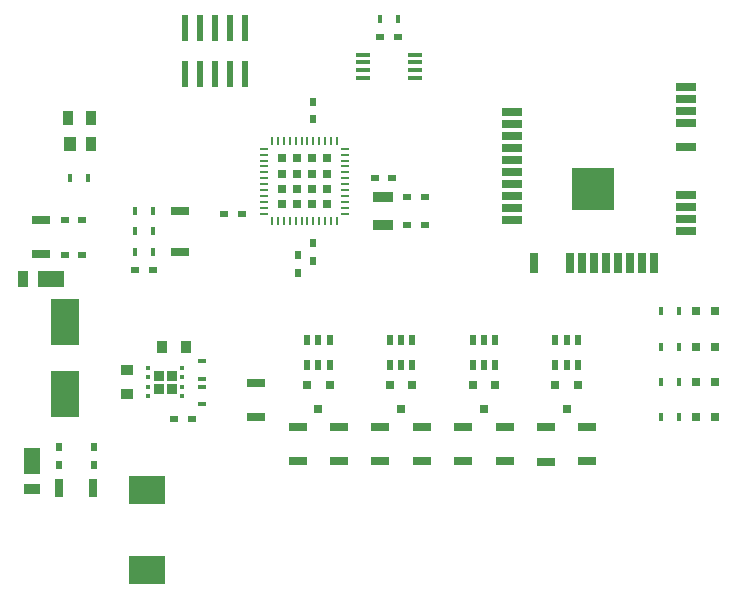
<source format=gtp>
G04 #@! TF.GenerationSoftware,KiCad,Pcbnew,(5.0.0-rc2-dev-390-g2bfbff1)*
G04 #@! TF.CreationDate,2018-04-26T20:39:25-05:00*
G04 #@! TF.ProjectId,WiFi-Gate-Controller,576946692D476174652D436F6E74726F,rev?*
G04 #@! TF.SameCoordinates,Original*
G04 #@! TF.FileFunction,Paste,Top*
G04 #@! TF.FilePolarity,Positive*
%FSLAX46Y46*%
G04 Gerber Fmt 4.6, Leading zero omitted, Abs format (unit mm)*
G04 Created by KiCad (PCBNEW (5.0.0-rc2-dev-390-g2bfbff1)) date Thursday, April 26, 2018 at 08:39:25 PM*
%MOMM*%
%LPD*%
G01*
G04 APERTURE LIST*
%ADD10C,0.001000*%
%ADD11R,0.660000X0.610000*%
%ADD12R,0.449950X0.399950*%
%ADD13R,1.560000X0.760000*%
%ADD14R,1.760000X0.960000*%
%ADD15R,0.600000X2.260000*%
%ADD16R,3.160000X2.360000*%
%ADD17R,1.760000X0.660000*%
%ADD18R,0.660000X1.760000*%
%ADD19R,3.560000X3.560000*%
%ADD20R,0.610000X0.660000*%
%ADD21R,1.360000X0.910000*%
%ADD22R,1.360000X2.260000*%
%ADD23R,2.260000X1.360000*%
%ADD24R,0.910000X1.360000*%
%ADD25R,0.660000X0.660000*%
%ADD26R,0.360000X0.760000*%
%ADD27R,1.310000X0.310000*%
%ADD28R,0.510000X0.920000*%
%ADD29R,0.772450X0.772450*%
%ADD30R,0.249950X0.699950*%
%ADD31R,0.699950X0.249950*%
%ADD32R,0.660000X0.760000*%
%ADD33R,0.760000X1.560000*%
%ADD34R,2.360000X3.860000*%
%ADD35R,1.110000X0.860000*%
%ADD36R,0.860000X1.110000*%
%ADD37R,0.860000X1.260000*%
%ADD38R,1.060000X1.260000*%
%ADD39R,0.760000X0.360000*%
G04 APERTURE END LIST*
D10*
G36*
X40190000Y-63630000D02*
X39410000Y-63630000D01*
X39410000Y-64440000D01*
X40190000Y-64440000D01*
X40190000Y-63630000D01*
G37*
X40190000Y-63630000D02*
X39410000Y-63630000D01*
X39410000Y-64440000D01*
X40190000Y-64440000D01*
X40190000Y-63630000D01*
G36*
X40190000Y-63370000D02*
X39410000Y-63370000D01*
X39410000Y-62560000D01*
X40190000Y-62560000D01*
X40190000Y-63370000D01*
G37*
X40190000Y-63370000D02*
X39410000Y-63370000D01*
X39410000Y-62560000D01*
X40190000Y-62560000D01*
X40190000Y-63370000D01*
G36*
X39090000Y-63370000D02*
X38310000Y-63370000D01*
X38310000Y-62560000D01*
X39090000Y-62560000D01*
X39090000Y-63370000D01*
G37*
X39090000Y-63370000D02*
X38310000Y-63370000D01*
X38310000Y-62560000D01*
X39090000Y-62560000D01*
X39090000Y-63370000D01*
G36*
X39090000Y-64440000D02*
X38310000Y-64440000D01*
X38310000Y-63630000D01*
X39090000Y-63630000D01*
X39090000Y-64440000D01*
G37*
X39090000Y-64440000D02*
X38310000Y-64440000D01*
X38310000Y-63630000D01*
X39090000Y-63630000D01*
X39090000Y-64440000D01*
D11*
X40000000Y-66600000D03*
X41500000Y-66600000D03*
D12*
X37775000Y-64700000D03*
X37775000Y-63900000D03*
X37775000Y-63100000D03*
X37775000Y-62300000D03*
X40725000Y-62300000D03*
X40725000Y-63100000D03*
X40725000Y-63900000D03*
X40725000Y-64700000D03*
D13*
X40500000Y-49050000D03*
X40500000Y-52450000D03*
D14*
X57750000Y-50200000D03*
X57750000Y-47800000D03*
D15*
X46040000Y-33550000D03*
X46040000Y-37450000D03*
X44770000Y-33550000D03*
X44770000Y-37450000D03*
X43500000Y-33550000D03*
X43500000Y-37450000D03*
X42230000Y-33550000D03*
X42230000Y-37450000D03*
X40960000Y-33550000D03*
X40960000Y-37450000D03*
D16*
X37750000Y-79400000D03*
X37750000Y-72600000D03*
D17*
X83365000Y-50750000D03*
X83365000Y-49734000D03*
X83365000Y-48718000D03*
X83365000Y-47702000D03*
X83365000Y-43638000D03*
X83365000Y-41606000D03*
X83365000Y-40590000D03*
X83365000Y-39574000D03*
X83365000Y-38558000D03*
X68635000Y-40596000D03*
X68635000Y-41612000D03*
X68635000Y-42628000D03*
X68635000Y-43644000D03*
X68635000Y-44660000D03*
X68635000Y-45676000D03*
X68635000Y-46692000D03*
X68635000Y-47708000D03*
X68635000Y-48724000D03*
X68635000Y-49740000D03*
D18*
X70535000Y-53420000D03*
X73583000Y-53420000D03*
X74599000Y-53420000D03*
X75615000Y-53420000D03*
X76631000Y-53420000D03*
X77647000Y-53420000D03*
X78663000Y-53420000D03*
X79679000Y-53420000D03*
X80695000Y-53420000D03*
D19*
X75515000Y-47150000D03*
D20*
X30250000Y-69000000D03*
X30250000Y-70500000D03*
D11*
X30750000Y-49750000D03*
X32250000Y-49750000D03*
X30750000Y-52750000D03*
X32250000Y-52750000D03*
X57500000Y-34250000D03*
X59000000Y-34250000D03*
X57000000Y-46250000D03*
X58500000Y-46250000D03*
D20*
X51818750Y-39750000D03*
X51818750Y-41250000D03*
X51818750Y-51750000D03*
X51818750Y-53250000D03*
D11*
X44250000Y-49250000D03*
X45750000Y-49250000D03*
D20*
X50500000Y-52750000D03*
X50500000Y-54250000D03*
D11*
X61250000Y-50200000D03*
X59750000Y-50200000D03*
X59750000Y-47800000D03*
X61250000Y-47800000D03*
X38250000Y-54000000D03*
X36750000Y-54000000D03*
D21*
X28000000Y-72525000D03*
D22*
X28000000Y-70150000D03*
D23*
X29600000Y-54750000D03*
D24*
X27225000Y-54750000D03*
D25*
X85800000Y-60500000D03*
X84200000Y-60500000D03*
X84200000Y-63500000D03*
X85800000Y-63500000D03*
D26*
X57500000Y-32750000D03*
X59000000Y-32750000D03*
D13*
X50500000Y-70200000D03*
X50500000Y-67300000D03*
X54000000Y-70200000D03*
X54000000Y-67300000D03*
X57500000Y-67300000D03*
X57500000Y-70200000D03*
D26*
X82750000Y-63500000D03*
X81250000Y-63500000D03*
X81250000Y-60500000D03*
X82750000Y-60500000D03*
X82750000Y-57500000D03*
X81250000Y-57500000D03*
D13*
X61000000Y-67300000D03*
X61000000Y-70200000D03*
X64500000Y-70200000D03*
X64500000Y-67300000D03*
D26*
X81250000Y-66500000D03*
X82750000Y-66500000D03*
D13*
X68000000Y-67300000D03*
X68000000Y-70200000D03*
D26*
X36750000Y-49050000D03*
X38250000Y-49050000D03*
D13*
X71500000Y-70250000D03*
X71500000Y-67350000D03*
D26*
X38250000Y-52450000D03*
X36750000Y-52450000D03*
X36750000Y-50750000D03*
X38250000Y-50750000D03*
D13*
X75000000Y-67300000D03*
X75000000Y-70200000D03*
D27*
X60450000Y-35775000D03*
X60450000Y-36425000D03*
X60450000Y-37075000D03*
X60450000Y-37725000D03*
X56050000Y-37725000D03*
X56050000Y-37075000D03*
X56050000Y-36425000D03*
X56050000Y-35775000D03*
D28*
X51300000Y-62100000D03*
X52250000Y-62100000D03*
X53200000Y-62100000D03*
X53200000Y-59900000D03*
X51300000Y-59900000D03*
X52250000Y-59900000D03*
X59250000Y-59900000D03*
X58300000Y-59900000D03*
X60200000Y-59900000D03*
X60200000Y-62100000D03*
X59250000Y-62100000D03*
X58300000Y-62100000D03*
D29*
X53000000Y-48431250D03*
X53000000Y-47143750D03*
X53000000Y-45856250D03*
X53000000Y-44568750D03*
X51712500Y-48431250D03*
X51712500Y-47143750D03*
X51712500Y-45856250D03*
X51712500Y-44568750D03*
X50425000Y-48431250D03*
X50425000Y-47143750D03*
X50425000Y-45856250D03*
X50425000Y-44568750D03*
X49137500Y-48431250D03*
X49137500Y-47143750D03*
X49137500Y-45856250D03*
X49137500Y-44568750D03*
D30*
X53818750Y-49900000D03*
X53318750Y-49900000D03*
X52818750Y-49900000D03*
X52318750Y-49900000D03*
X51818750Y-49900000D03*
X51318750Y-49900000D03*
X50818750Y-49900000D03*
X50318750Y-49900000D03*
X49818750Y-49900000D03*
X49318750Y-49900000D03*
X48818750Y-49900000D03*
X48318750Y-49900000D03*
D31*
X47668750Y-49250000D03*
X47668750Y-48750000D03*
X47668750Y-48250000D03*
X47668750Y-47750000D03*
X47668750Y-47250000D03*
X47668750Y-46750000D03*
X47668750Y-46250000D03*
X47668750Y-45750000D03*
X47668750Y-45250000D03*
X47668750Y-44750000D03*
X47668750Y-44250000D03*
X47668750Y-43750000D03*
D30*
X48318750Y-43100000D03*
X48818750Y-43100000D03*
X49318750Y-43100000D03*
X49818750Y-43100000D03*
X50318750Y-43100000D03*
X50818750Y-43100000D03*
X51318750Y-43100000D03*
X51818750Y-43100000D03*
X52318750Y-43100000D03*
X52818750Y-43100000D03*
X53318750Y-43100000D03*
X53818750Y-43100000D03*
D31*
X54468750Y-43750000D03*
X54468750Y-44250000D03*
X54468750Y-44750000D03*
X54468750Y-45250000D03*
X54468750Y-45750000D03*
X54468750Y-46250000D03*
X54468750Y-46750000D03*
X54468750Y-47250000D03*
X54468750Y-47750000D03*
X54468750Y-48250000D03*
X54468750Y-48750000D03*
X54468750Y-49250000D03*
D28*
X65300000Y-62100000D03*
X66250000Y-62100000D03*
X67200000Y-62100000D03*
X67200000Y-59900000D03*
X65300000Y-59900000D03*
X66250000Y-59900000D03*
X73250000Y-59900000D03*
X72300000Y-59900000D03*
X74200000Y-59900000D03*
X74200000Y-62100000D03*
X73250000Y-62100000D03*
X72300000Y-62100000D03*
D32*
X52250000Y-65750000D03*
X51300000Y-63750000D03*
X53200000Y-63750000D03*
X60200000Y-63750000D03*
X58300000Y-63750000D03*
X59250000Y-65750000D03*
D33*
X33200000Y-72500000D03*
X30300000Y-72500000D03*
D13*
X28750000Y-52700000D03*
X28750000Y-49800000D03*
D20*
X33250000Y-69000000D03*
X33250000Y-70500000D03*
D34*
X30750000Y-58450000D03*
X30750000Y-64550000D03*
D35*
X36000000Y-64500000D03*
X36000000Y-62500000D03*
D36*
X39000000Y-60500000D03*
X41000000Y-60500000D03*
D37*
X31050000Y-41150000D03*
X32950000Y-41150000D03*
X32950000Y-43350000D03*
D38*
X31230000Y-43350000D03*
D25*
X84200000Y-57500000D03*
X85800000Y-57500000D03*
D32*
X67200000Y-63750000D03*
X65300000Y-63750000D03*
X66250000Y-65750000D03*
D25*
X85800000Y-66500000D03*
X84200000Y-66500000D03*
D32*
X73250000Y-65750000D03*
X72300000Y-63750000D03*
X74200000Y-63750000D03*
D13*
X47000000Y-63550000D03*
X47000000Y-66450000D03*
D26*
X32750000Y-46250000D03*
X31250000Y-46250000D03*
D39*
X42400000Y-63250000D03*
X42400000Y-61750000D03*
X42400000Y-63900000D03*
X42400000Y-65400000D03*
M02*

</source>
